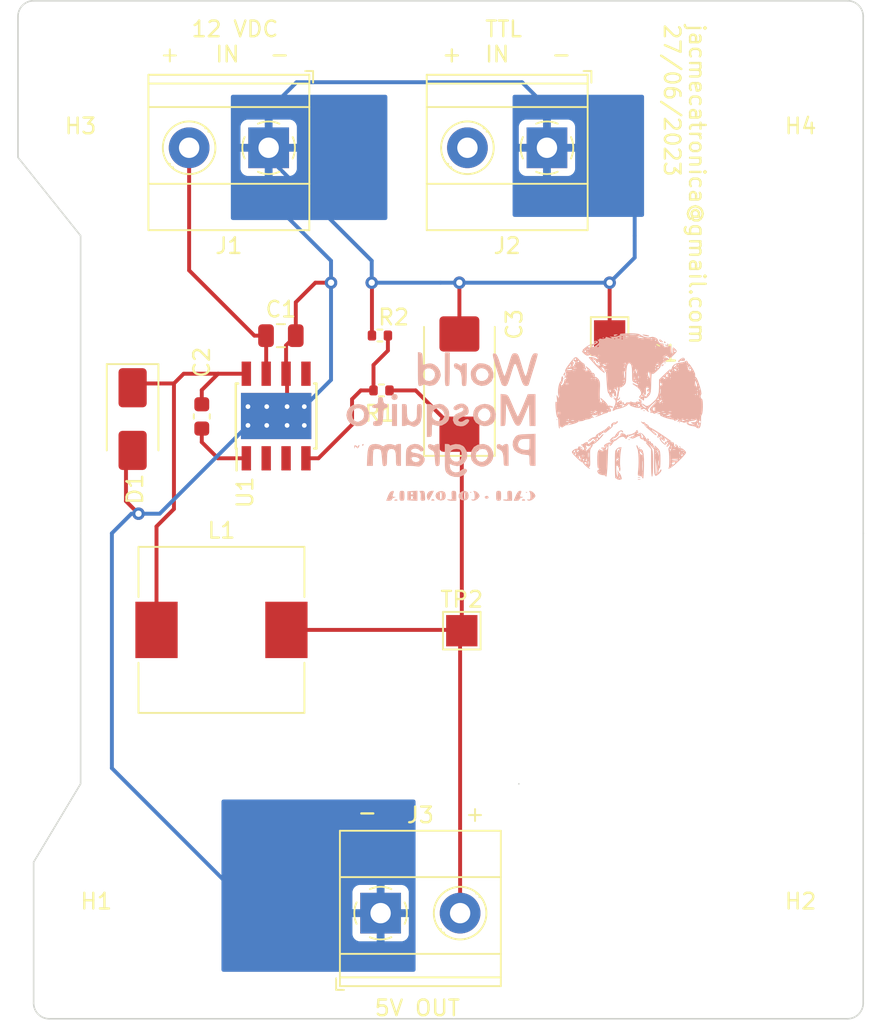
<source format=kicad_pcb>
(kicad_pcb (version 20221018) (generator pcbnew)
  (layers (0 "F.Cu" signal) (31 "B.Cu" signal) (34 "B.Paste" user) (35 "F.Paste" user) (36 "B.SilkS" user "B.Silkscreen") (37 "F.SilkS" user "F.Silkscreen") (38 "B.Mask" user) (39 "F.Mask" user) (44 "Edge.Cuts" user))
  (net 0 "")
  (net 1 "+12V")
  (net 2 "GND")
  (net 3 "Net-(U1-BOOT)")
  (net 4 "Net-(D1-K)")
  (net 5 "+5V")
  (net 6 "+3.3V")
  (net 7 "vsense")
  (footprint "TerminalBlock_Phoenix:TerminalBlock_Phoenix_MKDS-1,5-2-5.08_1x02_P5.08mm_Horizontal" (layer "F.Cu") (at 97.795 59.385 180)
    (fp_text reference "J2" (at 2.54 -6.26) (layer "F.SilkS"))
    (fp_text value "Screw_Terminal_01x02")
    (pad "1" thru_hole rect (at 0 0 180) (size 2.6 2.6) (drill 1.3) (layers "*.Cu" "*.Mask") (net 2 "GND"))
    (pad "2" thru_hole circle (at 5.08 0 180) (size 2.6 2.6) (drill 1.3) (layers "*.Cu" "*.Mask") (net 6 "+3.3V"))
  )
  (footprint "MountingHole:MountingHole_2.5mm" (layer "F.Cu") (at 114 111)
    (fp_text reference "H2" (at 0 -3.5) (layer "F.SilkS"))
    (fp_text value "MountingHole")
    (pad "" np_thru_hole circle (at 0 0) (size 2.5 2.5) (drill 2.5) (layers "*.Cu" "*.Mask"))
  )
  (footprint "Inductor_SMD:L_10.4x10.4_H4.8" (layer "F.Cu") (at 77 90.17)
    (fp_text reference "L1" (at 0 -6.35) (layer "F.SilkS"))
    (fp_text value "15uH")
    (pad "1" smd rect (at -4.15 0) (size 2.7 3.6) (layers "F.Cu" "F.Paste" "F.Mask") (net 4 "Net-(D1-K)"))
    (pad "2" smd rect (at 4.15 0) (size 2.7 3.6) (layers "F.Cu" "F.Paste" "F.Mask") (net 5 "+5V"))
  )
  (footprint "Resistor_SMD:R_0402_1005Metric" (layer "F.Cu") (at 87.124 71.374 180)
    (fp_text reference "R2" (at -0.876 1.1684) (layer "F.SilkS"))
    (fp_text value "3.24K")
    (pad "1" smd roundrect (at -0.51 0 180) (size 0.54 0.64) (layers "F.Cu" "F.Paste" "F.Mask") (net 7 "vsense"))
    (pad "2" smd roundrect (at 0.51 0 180) (size 0.54 0.64) (layers "F.Cu" "F.Paste" "F.Mask") (net 2 "GND"))
  )
  (footprint "Package_SO:TI_SO-PowerPAD-8_ThermalVias" (layer "F.Cu") (at 80.4926 76.5124 90)
    (fp_text reference "U1" (at -4.8768 -1.9812 90) (layer "F.SilkS"))
    (fp_text value "TPS5430DDA")
    (pad "1" smd rect (at -2.7 -1.905 90) (size 1.55 0.6) (layers "F.Cu" "F.Paste" "F.Mask") (net 3 "Net-(U1-BOOT)"))
    (pad "2" smd rect (at -2.7 -0.635 90) (size 1.55 0.6) (layers "F.Cu" "F.Paste" "F.Mask"))
    (pad "3" smd rect (at -2.7 0.635 90) (size 1.55 0.6) (layers "F.Cu" "F.Paste" "F.Mask"))
    (pad "4" smd rect (at -2.7 1.905 90) (size 1.55 0.6) (layers "F.Cu" "F.Paste" "F.Mask") (net 7 "vsense"))
    (pad "5" smd rect (at 2.7 1.905 90) (size 1.55 0.6) (layers "F.Cu" "F.Paste" "F.Mask"))
    (pad "6" smd rect (at 2.7 0.635 90) (size 1.55 0.6) (layers "F.Cu" "F.Paste" "F.Mask") (net 2 "GND"))
    (pad "7" smd rect (at 2.7 -0.635 90) (size 1.55 0.6) (layers "F.Cu" "F.Paste" "F.Mask") (net 1 "+12V"))
    (pad "8" smd rect (at 2.7 -1.905 90) (size 1.55 0.6) (layers "F.Cu" "F.Paste" "F.Mask") (net 4 "Net-(D1-K)"))
    (pad "9" thru_hole circle (at -0.6 -1.8 90) (size 0.6 0.6) (drill 0.3) (layers "*.Cu") (net 2 "GND"))
    (pad "9" thru_hole circle (at -0.6 -0.6 90) (size 0.6 0.6) (drill 0.3) (layers "*.Cu") (net 2 "GND"))
    (pad "9" thru_hole circle (at -0.6 0.7 90) (size 0.6 0.6) (drill 0.3) (layers "*.Cu") (net 2 "GND"))
    (pad "9" thru_hole circle (at -0.6 1.8 90) (size 0.6 0.6) (drill 0.3) (layers "*.Cu") (net 2 "GND"))
    (pad "9" smd rect (at 0 0 90) (size 2.6 3.1) (layers "F.Cu" "F.Paste" "F.Mask") (net 2 "GND"))
    (pad "9" smd rect (at 0 0 90) (size 2.95 4.5) (layers "F.Cu") (net 2 "GND"))
    (pad "9" smd rect (at 0 0 90) (size 2.95 4.5) (layers "B.Cu") (net 2 "GND"))
    (pad "9" thru_hole circle (at 0.6 -1.8 90) (size 0.6 0.6) (drill 0.3) (layers "*.Cu") (net 2 "GND"))
    (pad "9" thru_hole circle (at 0.6 -0.6 90) (size 0.6 0.6) (drill 0.3) (layers "*.Cu") (net 2 "GND"))
    (pad "9" thru_hole circle (at 0.6 0.7 90) (size 0.6 0.6) (drill 0.3) (layers "*.Cu") (net 2 "GND"))
    (pad "9" thru_hole circle (at 0.6 1.8 90) (size 0.6 0.6) (drill 0.3) (layers "*.Cu") (net 2 "GND"))
  )
  (footprint "MountingHole:MountingHole_2.5mm" (layer "F.Cu") (at 69 111)
    (fp_text reference "H1" (at 0 -3.5) (layer "F.SilkS"))
    (fp_text value "MountingHole")
    (pad "" np_thru_hole circle (at 0 0) (size 2.5 2.5) (drill 2.5) (layers "*.Cu" "*.Mask"))
  )
  (footprint "Resistor_SMD:R_0402_1005Metric" (layer "F.Cu") (at 87.2236 74.8792 180)
    (fp_text reference "R1" (at 0.1016 -1.4732) (layer "F.SilkS"))
    (fp_text value "10K")
    (pad "1" smd roundrect (at -0.51 0 180) (size 0.54 0.64) (layers "F.Cu" "F.Paste" "F.Mask") (net 5 "+5V"))
    (pad "2" smd roundrect (at 0.51 0 180) (size 0.54 0.64) (layers "F.Cu" "F.Paste" "F.Mask") (net 7 "vsense"))
  )
  (footprint "TerminalBlock_Phoenix:TerminalBlock_Phoenix_MKDS-1,5-2-5.08_1x02_P5.08mm_Horizontal" (layer "F.Cu") (at 87.1678 108.255)
    (fp_text reference "J3" (at 2.54 -6.26) (layer "F.SilkS"))
    (fp_text value "Screw_Terminal_01x02")
    (pad "1" thru_hole rect (at 0 0) (size 2.6 2.6) (drill 1.3) (layers "*.Cu" "*.Mask") (net 2 "GND"))
    (pad "2" thru_hole circle (at 5.08 0) (size 2.6 2.6) (drill 1.3) (layers "*.Cu" "*.Mask") (net 5 "+5V"))
  )
  (footprint "Capacitor_SMD:C_0805_2012Metric" (layer "F.Cu") (at 80.7974 71.3816)
    (fp_text reference "C1" (at 0 -1.68) (layer "F.SilkS"))
    (fp_text value "10 uF")
    (pad "1" smd roundrect (at -0.95 0) (size 1 1.45) (layers "F.Cu" "F.Paste" "F.Mask") (net 1 "+12V"))
    (pad "2" smd roundrect (at 0.95 0) (size 1 1.45) (layers "F.Cu" "F.Paste" "F.Mask") (net 2 "GND"))
  )
  (footprint "TestPoint:TestPoint_Pad_2.0x2.0mm" (layer "F.Cu") (at 101.8 71.4)
    (fp_text reference "TP1" (at 2.9972 1.1176) (layer "F.SilkS"))
    (fp_text value "TestPoint")
    (pad "1" smd rect (at 0 0) (size 2 2) (layers "F.Cu" "F.Mask") (net 2 "GND"))
  )
  (footprint "MountingHole:MountingHole_2.5mm" (layer "F.Cu") (at 68 54)
    (fp_text reference "H3" (at 0 4) (layer "F.SilkS"))
    (fp_text value "MountingHole")
    (pad "" np_thru_hole circle (at 0 0) (size 2.5 2.5) (drill 2.5) (layers "*.Cu" "*.Mask"))
  )
  (footprint "TestPoint:TestPoint_Pad_2.0x2.0mm" (layer "F.Cu") (at 92.3544 90.2208)
    (fp_text reference "TP2" (at 0 -1.998) (layer "F.SilkS"))
    (fp_text value "TestPoint")
    (pad "1" smd rect (at 0 0) (size 2 2) (layers "F.Cu" "F.Mask") (net 5 "+5V"))
  )
  (footprint "TerminalBlock_Phoenix:TerminalBlock_Phoenix_MKDS-1,5-2-5.08_1x02_P5.08mm_Horizontal" (layer "F.Cu") (at 80.015 59.385 180)
    (fp_text reference "J1" (at 2.54 -6.26) (layer "F.SilkS"))
    (fp_text value "Screw_Terminal_01x02")
    (pad "1" thru_hole rect (at 0 0 180) (size 2.6 2.6) (drill 1.3) (layers "*.Cu" "*.Mask") (net 2 "GND"))
    (pad "2" thru_hole circle (at 5.08 0 180) (size 2.6 2.6) (drill 1.3) (layers "*.Cu" "*.Mask") (net 1 "+12V"))
  )
  (footprint "Capacitor_SMD:C_0603_1608Metric" (layer "F.Cu") (at 75.7428 76.5396 90)
    (fp_text reference "C2" (at 3.4572 0 90) (layer "F.SilkS"))
    (fp_text value "0.01 uF")
    (pad "1" smd roundrect (at -0.775 0 90) (size 0.9 0.95) (layers "F.Cu" "F.Paste" "F.Mask") (net 3 "Net-(U1-BOOT)"))
    (pad "2" smd roundrect (at 0.775 0 90) (size 0.9 0.95) (layers "F.Cu" "F.Paste" "F.Mask") (net 4 "Net-(D1-K)"))
  )
  (footprint "Diode_SMD:D_SMA" (layer "F.Cu") (at 71.3232 76.708 -90)
    (fp_text reference "D1" (at 4.4704 -0.1524 90) (layer "F.SilkS"))
    (fp_text value "B340")
    (pad "1" smd roundrect (at -2 0 270) (size 2.5 1.8) (layers "F.Cu" "F.Paste" "F.Mask") (roundrect_rratio 0.1388888889) (net 4 "Net-(D1-K)"))
    (pad "2" smd roundrect (at 2 0 270) (size 2.5 1.8) (layers "F.Cu" "F.Paste" "F.Mask") (roundrect_rratio 0.1388888889) (net 2 "GND"))
  )
  (footprint "Capacitor_Tantalum_SMD:CP_EIA-7343-15_Kemet-W_Pad2.25x2.55mm_HandSolder" (layer "F.Cu") (at 92.202 74.4728 90)
    (fp_text reference "C3" (at 3.81 3.5052 90) (layer "F.SilkS"))
    (fp_text value "220uF")
    (pad "1" smd roundrect (at -3.2 0 90) (size 2.25 2.55) (layers "F.Cu" "F.Paste" "F.Mask") (roundrect_rratio 0.111111) (net 5 "+5V"))
    (pad "2" smd roundrect (at 3.2 0 90) (size 2.25 2.55) (layers "F.Cu" "F.Paste" "F.Mask") (roundrect_rratio 0.111111) (net 2 "GND"))
  )
  (footprint "MountingHole:MountingHole_2.5mm" (layer "F.Cu") (at 114 54)
    (fp_text reference "H4" (at 0 4) (layer "F.SilkS"))
    (fp_text value "MountingHole")
    (pad "" np_thru_hole circle (at 0 0) (size 2.5 2.5) (drill 2.5) (layers "*.Cu" "*.Mask"))
  )
  (footprint "Logos:Logo_final" (layer "B.Cu") (at 96.298656 76.705056 180)
    (fp_text reference "G***" hide)
    (fp_text value "LOGO" hide)
  )
  (gr_line (start 65 114) (end 65 105) (stroke (width 0.1)) (layer "Edge.Cuts"))
  (gr_line (start 68 65) (end 64 60) (stroke (width 0.1)) (layer "Edge.Cuts"))
  (gr_line (start 64 60) (end 64 51) (stroke (width 0.1)) (layer "Edge.Cuts"))
  (gr_line (start 65 50) (end 117 50) (stroke (width 0.1)) (layer "Edge.Cuts"))
  (gr_line (start 68 100) (end 68 84) (stroke (width 0.1)) (layer "Edge.Cuts"))
  (gr_line (start 66 115) (end 117 115) (stroke (width 0.1)) (layer "Edge.Cuts"))
  (gr_line (start 118 51) (end 118 84) (stroke (width 0.1)) (layer "Edge.Cuts"))
  (gr_line (start 68 65) (end 68 84) (stroke (width 0.1)) (layer "Edge.Cuts"))
  (gr_arc (start 64 51) (mid 64.292893 50.292893) (end 65 50) (stroke (width 0.1)) (layer "Edge.Cuts"))
  (gr_arc (start 118 114) (mid 117.707107 114.707107) (end 117 115) (stroke (width 0.1)) (layer "Edge.Cuts"))
  (gr_arc (start 66 115) (mid 65.292893 114.707107) (end 65 114) (stroke (width 0.1)) (layer "Edge.Cuts"))
  (gr_arc (start 117 50) (mid 117.707107 50.292893) (end 118 51) (stroke (width 0.1)) (layer "Edge.Cuts"))
  (gr_line (start 118 114) (end 118 84) (stroke (width 0.1)) (layer "Edge.Cuts"))
  (gr_line (start 96 100) (end 96 100) (stroke (width 0.1)) (layer "Edge.Cuts"))
  (gr_line (start 65 105) (end 68 100) (stroke (width 0.1)) (layer "Edge.Cuts"))
  (gr_text "-" (at 98 54) (layer "F.SilkS") (effects (font (size 1 1)) (justify left bottom)))
  (gr_text "5V OUT" (at 86.7 114.9) (layer "F.SilkS") (effects (font (size 1 1)) (justify left bottom)))
  (gr_text "+" (at 73 54) (layer "F.SilkS") (effects (font (size 1 1) (thickness 0.125)) (justify left bottom)))
  (gr_text "-" (at 85.6 102.4) (layer "F.SilkS") (effects (font (size 1 1)) (justify left bottom)))
  (gr_text "+" (at 92.5 102.5) (layer "F.SilkS") (effects (font (size 1 1) (thickness 0.125)) (justify left bottom)))
  (gr_text "12 VDC\n  IN" (at 75 54) (layer "F.SilkS") (effects (font (size 1 1)) (justify left bottom)))
  (gr_text "-" (at 80 54) (layer "F.SilkS") (effects (font (size 1 1)) (justify left bottom)))
  (gr_text "+" (at 91 54) (layer "F.SilkS") (effects (font (size 1 1)) (justify left bottom)))
  (gr_text "jacmecatronica@gmail.com\n27/06/2023" (at 105.2 51.4 -90) (layer "F.SilkS") (effects (font (size 1 1)) (justify left bottom)))
  (gr_text " TTL\n IN" (at 93 54) (layer "F.SilkS") (effects (font (size 1 1)) (justify left bottom)))
  (segment (start 79.8576 73.8124) (end 79.8576 71.3918) (width 0.25) (layer "F.Cu") (net 1))
  (segment (start 74.935 59.385) (end 74.935 67.2134) (width 0.25) (layer "F.Cu") (net 1))
  (segment (start 79.8576 71.3918) (end 79.8474 71.3816) (width 0.25) (layer "F.Cu") (net 1))
  (segment (start 79.1032 71.3816) (end 79.8474 71.3816) (width 0.25) (layer "F.Cu") (net 1))
  (segment (start 74.935 67.2134) (end 79.1032 71.3816) (width 0.25) (layer "F.Cu") (net 1))
  (segment (start 81.1926 75.9124) (end 81.1926 73.8774) (width 0.25) (layer "F.Cu") (net 2))
  (segment (start 70.9 79.1312) (end 70.9 81.95) (width 0.25) (layer "F.Cu") (net 2))
  (segment (start 81.1276 73.8124) (end 81.1276 72.0014) (width 0.25) (layer "F.Cu") (net 2))
  (segment (start 86.614 68.014) (end 86.6 68) (width 0.25) (layer "F.Cu") (net 2))
  (segment (start 101.8 71.4) (end 101.8 68) (width 0.25) (layer "F.Cu") (net 2))
  (segment (start 92.202 71.2728) (end 92.202 68.002) (width 0.25) (layer "F.Cu") (net 2))
  (segment (start 92.202 68.002) (end 92.2 68) (width 0.25) (layer "F.Cu") (net 2))
  (segment (start 81.1276 72.0014) (end 81.7474 71.3816) (width 0.25) (layer "F.Cu") (net 2))
  (segment (start 81.1926 73.8774) (end 81.1276 73.8124) (width 0.25) (layer "F.Cu") (net 2))
  (segment (start 70.9 81.95) (end 71.7 82.75) (width 0.25) (layer "F.Cu") (net 2))
  (segment (start 81.7474 69.2526) (end 83 68) (width 0.25) (layer "F.Cu") (net 2))
  (segment (start 71.3232 78.708) (end 70.9 79.1312) (width 0.25) (layer "F.Cu") (net 2))
  (segment (start 83 68) (end 84 68) (width 0.25) (layer "F.Cu") (net 2))
  (segment (start 81.7474 71.3816) (end 81.7474 69.2526) (width 0.25) (layer "F.Cu") (net 2))
  (segment (start 86.614 71.374) (end 86.614 68.014) (width 0.25) (layer "F.Cu") (net 2))
  (via (at 86.6 68) (size 0.8) (drill 0.4) (layers "F.Cu" "B.Cu") (net 2))
  (via (at 101.8 68) (size 0.8) (drill 0.4) (layers "F.Cu" "B.Cu") (net 2))
  (via (at 92.2 68) (size 0.8) (drill 0.4) (layers "F.Cu" "B.Cu") (net 2))
  (via (at 84 68) (size 0.8) (drill 0.4) (layers "F.Cu" "B.Cu") (net 2))
  (via (at 71.7 82.75) (size 0.8) (drill 0.4) (layers "F.Cu" "B.Cu") (net 2))
  (segment (start 103.4 61) (end 101.785 59.385) (width 0.25) (layer "B.Cu") (net 2))
  (segment (start 86.6 68) (end 86.6 66.6) (width 0.25) (layer "B.Cu") (net 2))
  (segment (start 73.055 82.75) (end 71.7 82.75) (width 0.25) (layer "B.Cu") (net 2))
  (segment (start 96.2 55.2) (end 97.795 56.795) (width 0.25) (layer "B.Cu") (net 2))
  (segment (start 80.015 60.015) (end 80.015 59.385) (width 0.25) (layer "B.Cu") (net 2))
  (segment (start 101.785 59.385) (end 97.795 59.385) (width 0.25) (layer "B.Cu") (net 2))
  (segment (start 101.8 68) (end 103.4 66.4) (width 0.25) (layer "B.Cu") (net 2))
  (segment (start 78.6926 77.1124) (end 73.055 82.75) (width 0.25) (layer "B.Cu") (net 2))
  (segment (start 84 68) (end 84 66.6) (width 0.25) (layer "B.Cu") (net 2))
  (segment (start 80.015 59.385) (end 80.015 56.985) (width 0.25) (layer "B.Cu") (net 2))
  (segment (start 86.6 66.6) (end 80.015 60.015) (width 0.25) (layer "B.Cu") (net 2))
  (segment (start 91 68) (end 86.6 68) (width 0.25) (layer "B.Cu") (net 2))
  (segment (start 80.015 56.985) (end 81.8 55.2) (width 0.25) (layer "B.Cu") (net 2))
  (segment (start 84 74.205) (end 84 68) (width 0.25) (layer "B.Cu") (net 2))
  (segment (start 71.25 82.75) (end 71.7 82.75) (width 0.25) (layer "B.Cu") (net 2))
  (segment (start 91 68) (end 101.8 68) (width 0.25) (layer "B.Cu") (net 2))
  (segment (start 80.015 62.615) (end 80.015 59.385) (width 0.25) (layer "B.Cu") (net 2))
  (segment (start 103.4 65) (end 103.4 61) (width 0.25) (layer "B.Cu") (net 2))
  (segment (start 70 99) (end 70 84) (width 0.25) (layer "B.Cu") (net 2))
  (segment (start 82.2926 75.9124) (end 84 74.205) (width 0.25) (layer "B.Cu") (net 2))
  (segment (start 79.255 108.255) (end 70 99) (width 0.25) (layer "B.Cu") (net 2))
  (segment (start 97.795 56.795) (end 97.795 59.385) (width 0.25) (layer "B.Cu") (net 2))
  (segment (start 80.015 61.815) (end 80.015 59.385) (width 0.25) (layer "B.Cu") (net 2))
  (segment (start 84 66.6) (end 80.015 62.615) (width 0.25) (layer "B.Cu") (net 2))
  (segment (start 87.1678 108.255) (end 79.255 108.255) (width 0.25) (layer "B.Cu") (net 2))
  (segment (start 81.8 55.2) (end 96.2 55.2) (width 0.25) (layer "B.Cu") (net 2))
  (segment (start 103.4 66.4) (end 103.4 65) (width 0.25) (layer "B.Cu") (net 2))
  (segment (start 70 84) (end 71.25 82.75) (width 0.25) (layer "B.Cu") (net 2))
  (segment (start 76.774 79.2124) (end 78.5876 79.2124) (width 0.25) (layer "F.Cu") (net 3))
  (segment (start 75.7428 77.4322) (end 75.7428 78.1812) (width 0.25) (layer "F.Cu") (net 3))
  (segment (start 75.7428 78.1812) (end 76.774 79.2124) (width 0.25) (layer "F.Cu") (net 3))
  (segment (start 73.9648 74.4352) (end 73.9648 82.4484) (width 0.25) (layer "F.Cu") (net 4))
  (segment (start 76.7876 73.8124) (end 78.5876 73.8124) (width 0.25) (layer "F.Cu") (net 4))
  (segment (start 74.5876 73.8124) (end 73.9648 74.4352) (width 0.25) (layer "F.Cu") (net 4))
  (segment (start 76.7876 73.8124) (end 74.5876 73.8124) (width 0.25) (layer "F.Cu") (net 4))
  (segment (start 71.596 74.4352) (end 71.3232 74.708) (width 0.25) (layer "F.Cu") (net 4))
  (segment (start 73.9648 82.4484) (end 72.85 83.5632) (width 0.25) (layer "F.Cu") (net 4))
  (segment (start 75.7428 75.8822) (end 75.7428 74.8572) (width 0.25) (layer "F.Cu") (net 4))
  (segment (start 73.9648 74.4352) (end 71.596 74.4352) (width 0.25) (layer "F.Cu") (net 4))
  (segment (start 72.85 83.5632) (end 72.85 90.17) (width 0.25) (layer "F.Cu") (net 4))
  (segment (start 75.7428 74.8572) (end 76.7876 73.8124) (width 0.25) (layer "F.Cu") (net 4))
  (segment (start 92.3036 90.17) (end 92.3544 90.2208) (width 0.25) (layer "F.Cu") (net 5))
  (segment (start 92.3544 77.8252) (end 92.3544 90.2208) (width 0.25) (layer "F.Cu") (net 5))
  (segment (start 87.7336 74.8792) (end 89.4084 74.8792) (width 0.25) (layer "F.Cu") (net 5))
  (segment (start 92.202 77.6728) (end 92.3544 77.8252) (width 0.25) (layer "F.Cu") (net 5))
  (segment (start 92.2478 108.255) (end 92.2478 90.3274) (width 0.25) (layer "F.Cu") (net 5))
  (segment (start 81.15 90.17) (end 92.3036 90.17) (width 0.25) (layer "F.Cu") (net 5))
  (segment (start 92.2478 90.3274) (end 92.3544 90.2208) (width 0.25) (layer "F.Cu") (net 5))
  (segment (start 89.4084 74.8792) (end 92.202 77.6728) (width 0.25) (layer "F.Cu") (net 5))
  (segment (start 85.344 75.438) (end 85.9028 74.8792) (width 0.25) (layer "F.Cu") (net 7))
  (segment (start 86.7136 73.2556) (end 86.7136 74.8792) (width 0.25) (layer "F.Cu") (net 7))
  (segment (start 87.634 72.3352) (end 86.7136 73.2556) (width 0.25) (layer "F.Cu") (net 7))
  (segment (start 87.634 71.374) (end 87.634 72.3352) (width 0.25) (layer "F.Cu") (net 7))
  (segment (start 82.3976 79.2124) (end 83.1952 79.2124) (width 0.25) (layer "F.Cu") (net 7))
  (segment (start 85.9028 74.8792) (end 86.7136 74.8792) (width 0.25) (layer "F.Cu") (net 7))
  (segment (start 85.344 77.0636) (end 85.344 75.438) (width 0.25) (layer "F.Cu") (net 7))
  (segment (start 83.1952 79.2124) (end 85.344 77.0636) (width 0.25) (layer "F.Cu") (net 7))
  (zone (net 2) (net_name "GND") (layer "B.Cu") (priority 1) (connect_pads (clearance 0.5)) (min_thickness 0.25) (fill yes (thermal_gap 0.5) (thermal_bridge_width 0.5))
    (polygon (pts (xy 89.4 101) (xy 89.4 112) (xy 77 112) (xy 77 101)))
  )
  (zone (net 2) (net_name "GND") (layer "B.Cu") (priority 2) (connect_pads (clearance 0.5)) (min_thickness 0.25) (fill yes (thermal_gap 0.5) (thermal_bridge_width 0.5))
    (polygon (pts (xy 95.6 56) (xy 95.6 63.8) (xy 104 63.8) (xy 104 56)))
  )
  (zone (net 2) (net_name "GND") (layer "B.Cu") (connect_pads (clearance 0.5)) (min_thickness 0.25) (fill yes (thermal_gap 0.5) (thermal_bridge_width 0.5))
    (polygon (pts (xy 77.6 64) (xy 87.6 64) (xy 87.6 56) (xy 77.6 56)))
  )
)
</source>
